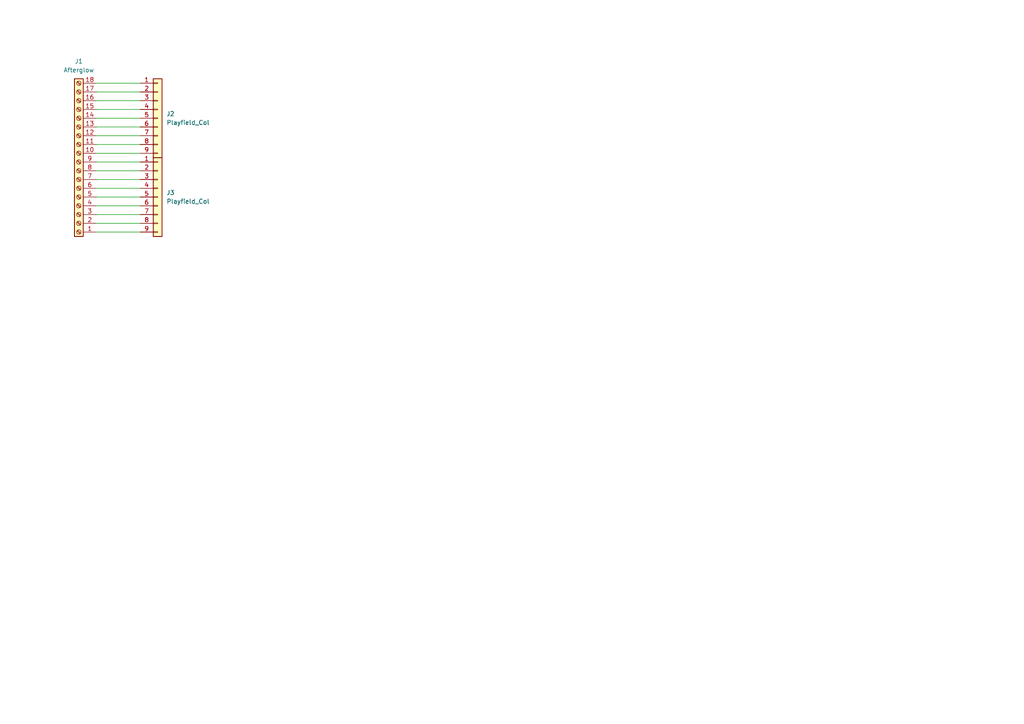
<source format=kicad_sch>
(kicad_sch (version 20230121) (generator eeschema)
  (paper "A4")
  (title_block (title "Afterglow I/O adapter") (date "2024-02-17") (rev "1.0") (company "Broken Pipe software"))
  (lib_symbols
    (symbol "Connector:Screw_Terminal_01x18" (pin_names (offset 1.016) hide)
      (property "Reference" "J" (at 0 22.86 0))
      (property "Value" "Screw_Terminal_01x18" (at 0 -25.4 0))
      (symbol "Screw_Terminal_01x18_1_1"
        (rectangle (start -1.27 21.59) (end 1.27 -24.13) (stroke (width 0.254)) (fill (type background)))
        (circle (center 0 -22.86) (radius 0.635) (stroke (width 0.1524)))
        (circle (center 0 -20.32) (radius 0.635) (stroke (width 0.1524)))
        (circle (center 0 -17.78) (radius 0.635) (stroke (width 0.1524)))
        (circle (center 0 -15.24) (radius 0.635) (stroke (width 0.1524)))
        (circle (center 0 -12.7) (radius 0.635) (stroke (width 0.1524)))
        (circle (center 0 -10.16) (radius 0.635) (stroke (width 0.1524)))
        (circle (center 0 -7.62) (radius 0.635) (stroke (width 0.1524)))
        (circle (center 0 -5.08) (radius 0.635) (stroke (width 0.1524)))
        (circle (center 0 -2.54) (radius 0.635) (stroke (width 0.1524)))
        (polyline (pts (xy -0.5334 -22.5298) (xy 0.3302 -23.368)) (stroke (width 0.1524)))
        (polyline (pts (xy -0.5334 -19.9898) (xy 0.3302 -20.828)) (stroke (width 0.1524)))
        (polyline (pts (xy -0.5334 -17.4498) (xy 0.3302 -18.288)) (stroke (width 0.1524)))
        (polyline (pts (xy -0.5334 -14.9098) (xy 0.3302 -15.748)) (stroke (width 0.1524)))
        (polyline (pts (xy -0.5334 -12.3698) (xy 0.3302 -13.208)) (stroke (width 0.1524)))
        (polyline (pts (xy -0.5334 -9.8298) (xy 0.3302 -10.668)) (stroke (width 0.1524)))
        (polyline (pts (xy -0.5334 -7.2898) (xy 0.3302 -8.128)) (stroke (width 0.1524)))
        (polyline (pts (xy -0.5334 -4.7498) (xy 0.3302 -5.588)) (stroke (width 0.1524)))
        (polyline (pts (xy -0.5334 -2.2098) (xy 0.3302 -3.048)) (stroke (width 0.1524)))
        (polyline (pts (xy -0.5334 0.3302) (xy 0.3302 -0.508)) (stroke (width 0.1524)))
        (polyline (pts (xy -0.5334 2.8702) (xy 0.3302 2.032)) (stroke (width 0.1524)))
        (polyline (pts (xy -0.5334 5.4102) (xy 0.3302 4.572)) (stroke (width 0.1524)))
        (polyline (pts (xy -0.5334 7.9502) (xy 0.3302 7.112)) (stroke (width 0.1524)))
        (polyline (pts (xy -0.5334 10.4902) (xy 0.3302 9.652)) (stroke (width 0.1524)))
        (polyline (pts (xy -0.5334 13.0302) (xy 0.3302 12.192)) (stroke (width 0.1524)))
        (polyline (pts (xy -0.5334 15.5702) (xy 0.3302 14.732)) (stroke (width 0.1524)))
        (polyline (pts (xy -0.5334 18.1102) (xy 0.3302 17.272)) (stroke (width 0.1524)))
        (polyline (pts (xy -0.5334 20.6502) (xy 0.3302 19.812)) (stroke (width 0.1524)))
        (polyline (pts (xy -0.3556 -22.352) (xy 0.508 -23.1902)) (stroke (width 0.1524)))
        (polyline (pts (xy -0.3556 -19.812) (xy 0.508 -20.6502)) (stroke (width 0.1524)))
        (polyline (pts (xy -0.3556 -17.272) (xy 0.508 -18.1102)) (stroke (width 0.1524)))
        (polyline (pts (xy -0.3556 -14.732) (xy 0.508 -15.5702)) (stroke (width 0.1524)))
        (polyline (pts (xy -0.3556 -12.192) (xy 0.508 -13.0302)) (stroke (width 0.1524)))
        (polyline (pts (xy -0.3556 -9.652) (xy 0.508 -10.4902)) (stroke (width 0.1524)))
        (polyline (pts (xy -0.3556 -7.112) (xy 0.508 -7.9502)) (stroke (width 0.1524)))
        (polyline (pts (xy -0.3556 -4.572) (xy 0.508 -5.4102)) (stroke (width 0.1524)))
        (polyline (pts (xy -0.3556 -2.032) (xy 0.508 -2.8702)) (stroke (width 0.1524)))
        (polyline (pts (xy -0.3556 0.508) (xy 0.508 -0.3302)) (stroke (width 0.1524)))
        (polyline (pts (xy -0.3556 3.048) (xy 0.508 2.2098)) (stroke (width 0.1524)))
        (polyline (pts (xy -0.3556 5.588) (xy 0.508 4.7498)) (stroke (width 0.1524)))
        (polyline (pts (xy -0.3556 8.128) (xy 0.508 7.2898)) (stroke (width 0.1524)))
        (polyline (pts (xy -0.3556 10.668) (xy 0.508 9.8298)) (stroke (width 0.1524)))
        (polyline (pts (xy -0.3556 13.208) (xy 0.508 12.3698)) (stroke (width 0.1524)))
        (polyline (pts (xy -0.3556 15.748) (xy 0.508 14.9098)) (stroke (width 0.1524)))
        (polyline (pts (xy -0.3556 18.288) (xy 0.508 17.4498)) (stroke (width 0.1524)))
        (polyline (pts (xy -0.3556 20.828) (xy 0.508 19.9898)) (stroke (width 0.1524)))
        (circle (center 0 0) (radius 0.635) (stroke (width 0.1524)))
        (circle (center 0 2.54) (radius 0.635) (stroke (width 0.1524)))
        (circle (center 0 5.08) (radius 0.635) (stroke (width 0.1524)))
        (circle (center 0 7.62) (radius 0.635) (stroke (width 0.1524)))
        (circle (center 0 10.16) (radius 0.635) (stroke (width 0.1524)))
        (circle (center 0 12.7) (radius 0.635) (stroke (width 0.1524)))
        (circle (center 0 15.24) (radius 0.635) (stroke (width 0.1524)))
        (circle (center 0 17.78) (radius 0.635) (stroke (width 0.1524)))
        (circle (center 0 20.32) (radius 0.635) (stroke (width 0.1524)))
        (pin passive line (at -5.08 20.32 0) (length 3.81) (name "Pin_1") (number "1"))
        (pin passive line (at -5.08 -2.54 0) (length 3.81) (name "Pin_10") (number "10"))
        (pin passive line (at -5.08 -5.08 0) (length 3.81) (name "Pin_11") (number "11"))
        (pin passive line (at -5.08 -7.62 0) (length 3.81) (name "Pin_12") (number "12"))
        (pin passive line (at -5.08 -10.16 0) (length 3.81) (name "Pin_13") (number "13"))
        (pin passive line (at -5.08 -12.7 0) (length 3.81) (name "Pin_14") (number "14"))
        (pin passive line (at -5.08 -15.24 0) (length 3.81) (name "Pin_15") (number "15"))
        (pin passive line (at -5.08 -17.78 0) (length 3.81) (name "Pin_16") (number "16"))
        (pin passive line (at -5.08 -20.32 0) (length 3.81) (name "Pin_17") (number "17"))
        (pin passive line (at -5.08 -22.86 0) (length 3.81) (name "Pin_18") (number "18"))
        (pin passive line (at -5.08 17.78 0) (length 3.81) (name "Pin_2") (number "2"))
        (pin passive line (at -5.08 15.24 0) (length 3.81) (name "Pin_3") (number "3"))
        (pin passive line (at -5.08 12.7 0) (length 3.81) (name "Pin_4") (number "4"))
        (pin passive line (at -5.08 10.16 0) (length 3.81) (name "Pin_5") (number "5"))
        (pin passive line (at -5.08 7.62 0) (length 3.81) (name "Pin_6") (number "6"))
        (pin passive line (at -5.08 5.08 0) (length 3.81) (name "Pin_7") (number "7"))
        (pin passive line (at -5.08 2.54 0) (length 3.81) (name "Pin_8") (number "8"))
        (pin passive line (at -5.08 0 0) (length 3.81) (name "Pin_9") (number "9"))
      )
    )
    (symbol "Connector_Generic:Conn_01x09" (pin_names (offset 1.016) hide)
      (property "Reference" "J" (at 0 12.7 0))
      (property "Value" "Conn_01x09" (at 0 -12.7 0))
      (symbol "Conn_01x09_1_1"
        (rectangle (start -1.27 -10.033) (end 0 -10.287) (stroke (width 0.1524)))
        (rectangle (start -1.27 -7.493) (end 0 -7.747) (stroke (width 0.1524)))
        (rectangle (start -1.27 -4.953) (end 0 -5.207) (stroke (width 0.1524)))
        (rectangle (start -1.27 -2.413) (end 0 -2.667) (stroke (width 0.1524)))
        (rectangle (start -1.27 0.127) (end 0 -0.127) (stroke (width 0.1524)))
        (rectangle (start -1.27 2.667) (end 0 2.413) (stroke (width 0.1524)))
        (rectangle (start -1.27 5.207) (end 0 4.953) (stroke (width 0.1524)))
        (rectangle (start -1.27 7.747) (end 0 7.493) (stroke (width 0.1524)))
        (rectangle (start -1.27 10.287) (end 0 10.033) (stroke (width 0.1524)))
        (rectangle (start -1.27 11.43) (end 1.27 -11.43) (stroke (width 0.254)) (fill (type background)))
        (pin passive line (at -5.08 10.16 0) (length 3.81) (name "Pin_1") (number "1"))
        (pin passive line (at -5.08 7.62 0) (length 3.81) (name "Pin_2") (number "2"))
        (pin passive line (at -5.08 5.08 0) (length 3.81) (name "Pin_3") (number "3"))
        (pin passive line (at -5.08 2.54 0) (length 3.81) (name "Pin_4") (number "4"))
        (pin passive line (at -5.08 0 0) (length 3.81) (name "Pin_5") (number "5"))
        (pin passive line (at -5.08 -2.54 0) (length 3.81) (name "Pin_6") (number "6"))
        (pin passive line (at -5.08 -5.08 0) (length 3.81) (name "Pin_7") (number "7"))
        (pin passive line (at -5.08 -7.62 0) (length 3.81) (name "Pin_8") (number "8"))
        (pin passive line (at -5.08 -10.16 0) (length 3.81) (name "Pin_9") (number "9"))
      )
    )
  )
  (wire (pts (xy 27.94 36.83) (xy 40.64 36.83)))
  (wire (pts (xy 27.94 31.75) (xy 40.64 31.75)))
  (wire (pts (xy 27.94 26.67) (xy 40.64 26.67)))
  (wire (pts (xy 27.94 44.45) (xy 40.64 44.45)))
  (wire (pts (xy 27.94 54.61) (xy 40.64 54.61)))
  (wire (pts (xy 27.94 67.31) (xy 40.64 67.31)))
  (wire (pts (xy 27.94 52.07) (xy 40.64 52.07)))
  (wire (pts (xy 27.94 46.99) (xy 40.64 46.99)))
  (wire (pts (xy 27.94 24.13) (xy 40.64 24.13)))
  (wire (pts (xy 27.94 59.69) (xy 40.64 59.69)))
  (wire (pts (xy 27.94 34.29) (xy 40.64 34.29)))
  (wire (pts (xy 27.94 29.21) (xy 40.64 29.21)))
  (wire (pts (xy 27.94 57.15) (xy 40.64 57.15)))
  (wire (pts (xy 27.94 49.53) (xy 40.64 49.53)))
  (wire (pts (xy 27.94 41.91) (xy 40.64 41.91)))
  (wire (pts (xy 27.94 39.37) (xy 40.64 39.37)))
  (wire (pts (xy 27.94 62.23) (xy 40.64 62.23)))
  (wire (pts (xy 27.94 64.77) (xy 40.64 64.77)))
  (symbol (lib_id "Connector_Generic:Conn_01x09") (at 45.72 34.29 0) (unit 1)
    (property "Reference" "J2" (at 48.26 33.02 0) (effects (justify left)))
    (property "Value" "Playfield_Col" (at 48.26 35.56 0) (effects (justify left)))
    (property "Footprint" "Connector_Molex:Molex_KK-396_A-41791-0009_1x09_P3.96mm_Vertical" (effects hide))
  )
  (symbol (lib_id "Connector_Generic:Conn_01x09") (at 45.72 57.15 0) (unit 1)
    (property "Reference" "J3" (at 48.26 55.88 0) (effects (justify left)))
    (property "Value" "Playfield_Col" (at 48.26 58.42 0) (effects (justify left)))
    (property "Footprint" "Connector_Molex:Molex_KK-396_A-41791-0009_1x09_P3.96mm_Vertical" (effects hide))
  )
  (symbol (lib_id "Connector:Screw_Terminal_01x18") (at 22.86 46.99 180) (unit 1)
    (property "Reference" "J1" (at 22.86 17.78 0))
    (property "Value" "Afterglow" (at 22.86 20.32 0))
    (property "Footprint" "MyLibrary:TerminalBlock_bornier-18_P5.08mm" (effects hide))
  )
)
</source>
